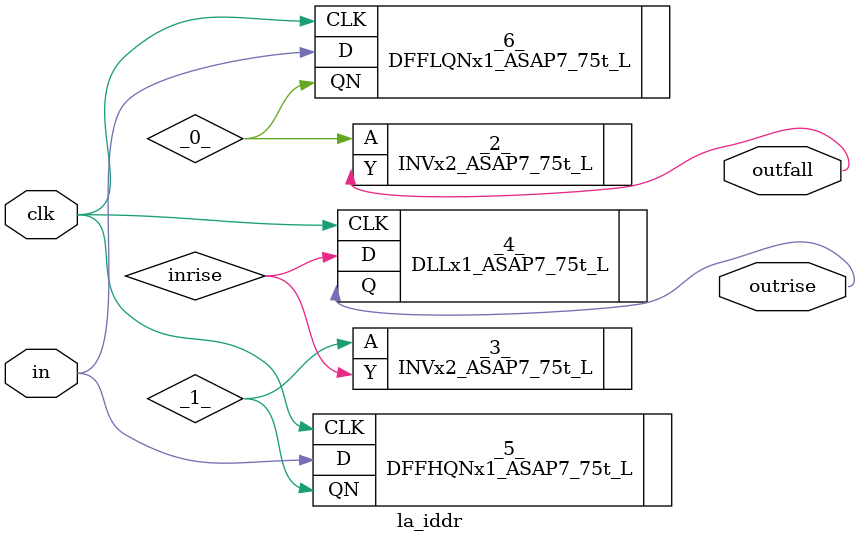
<source format=v>

/* Generated by Yosys 0.44 (git sha1 80ba43d26, g++ 11.4.0-1ubuntu1~22.04 -fPIC -O3) */

(* top =  1  *)
(* src = "inputs/la_iddr.v:10.1-29.10" *)
module la_iddr (
    clk,
    in,
    outrise,
    outfall
);
  wire _0_;
  wire _1_;
  (* src = "inputs/la_iddr.v:13.16-13.19" *)
  input clk;
  wire clk;
  (* src = "inputs/la_iddr.v:14.16-14.18" *)
  input in;
  wire in;
  (* src = "inputs/la_iddr.v:23.7-23.13" *)
  wire inrise;
  (* src = "inputs/la_iddr.v:16.16-16.23" *)
  output outfall;
  wire outfall;
  (* src = "inputs/la_iddr.v:15.16-15.23" *)
  output outrise;
  wire outrise;
  INVx2_ASAP7_75t_L _2_ (
      .A(_0_),
      .Y(outfall)
  );
  INVx2_ASAP7_75t_L _3_ (
      .A(_1_),
      .Y(inrise)
  );
  (* module_not_derived = 32'b00000000000000000000000000000001 *)
      (* src = "inputs/la_iddr.v:27.3-27.55|/home/pgadfort/lambdapdk/lambdapdk/asap7/libs/asap7sc7p5t_lvt/techmap/yosys/cells_latch.v:10.23-14.10" *)
  DLLx1_ASAP7_75t_L _4_ (
      .CLK(clk),
      .D  (inrise),
      .Q  (outrise)
  );
  (* src = "inputs/la_iddr.v:24.3-24.38" *)
  DFFHQNx1_ASAP7_75t_L _5_ (
      .CLK(clk),
      .D  (in),
      .QN (_1_)
  );
  (* src = "inputs/la_iddr.v:20.3-20.39" *)
  DFFLQNx1_ASAP7_75t_L _6_ (
      .CLK(clk),
      .D  (in),
      .QN (_0_)
  );
endmodule

</source>
